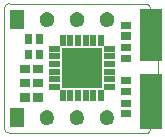
<source format=gbs>
G04 #@! TF.FileFunction,Soldermask,Bot*
%FSLAX46Y46*%
G04 Gerber Fmt 4.6, Leading zero omitted, Abs format (unit mm)*
G04 Created by KiCad (PCBNEW 4.0.7) date Fri Feb  2 17:45:02 2018*
%MOMM*%
%LPD*%
G01*
G04 APERTURE LIST*
%ADD10C,0.350000*%
%ADD11C,0.050000*%
%ADD12C,0.100000*%
G04 APERTURE END LIST*
D10*
D11*
X17450000Y-18000000D02*
G75*
G03X17000000Y-18470000I10000J-460000D01*
G01*
X17000000Y-28550000D02*
G75*
G03X17470000Y-29000000I460000J10000D01*
G01*
X17000000Y-18480000D02*
X17000000Y-28530000D01*
X29000000Y-18000000D02*
X17460000Y-18000000D01*
X17460000Y-29000000D02*
X29000000Y-29000000D01*
X30000000Y-23500000D02*
X30000000Y-23370000D01*
X30000000Y-23370000D02*
X30000000Y-23230000D01*
X30000000Y-23230000D02*
X30000000Y-23100000D01*
X30000000Y-23100000D02*
X30000000Y-22960000D01*
X30000000Y-22960000D02*
X29990000Y-22830000D01*
X29990000Y-22830000D02*
X29990000Y-22690000D01*
X29990000Y-22690000D02*
X29990000Y-22560000D01*
X29990000Y-22560000D02*
X29980000Y-22430000D01*
X29980000Y-22430000D02*
X29980000Y-22290000D01*
X29980000Y-22290000D02*
X29970000Y-22160000D01*
X29970000Y-22160000D02*
X29960000Y-22030000D01*
X29960000Y-22030000D02*
X29960000Y-21900000D01*
X29960000Y-21900000D02*
X29950000Y-21770000D01*
X29950000Y-21770000D02*
X29940000Y-21650000D01*
X29940000Y-21650000D02*
X29930000Y-21520000D01*
X29930000Y-21520000D02*
X29920000Y-21400000D01*
X29920000Y-21400000D02*
X29910000Y-21270000D01*
X29910000Y-21270000D02*
X29900000Y-21150000D01*
X29900000Y-21150000D02*
X29890000Y-21030000D01*
X29890000Y-21030000D02*
X29880000Y-20910000D01*
X29880000Y-20910000D02*
X29870000Y-20790000D01*
X29870000Y-20790000D02*
X29860000Y-20670000D01*
X29860000Y-20670000D02*
X29840000Y-20560000D01*
X29840000Y-20560000D02*
X29830000Y-20440000D01*
X29830000Y-20440000D02*
X29820000Y-20330000D01*
X29820000Y-20330000D02*
X29800000Y-20220000D01*
X29800000Y-20220000D02*
X29790000Y-20120000D01*
X29790000Y-20120000D02*
X29770000Y-20010000D01*
X29770000Y-20010000D02*
X29760000Y-19910000D01*
X29760000Y-19910000D02*
X29740000Y-19810000D01*
X29740000Y-19810000D02*
X29720000Y-19710000D01*
X29720000Y-19710000D02*
X29710000Y-19610000D01*
X29710000Y-19610000D02*
X29690000Y-19520000D01*
X29690000Y-19520000D02*
X29670000Y-19420000D01*
X29670000Y-19420000D02*
X29650000Y-19340000D01*
X29650000Y-19340000D02*
X29630000Y-19250000D01*
X29630000Y-19250000D02*
X29620000Y-19160000D01*
X29620000Y-19160000D02*
X29600000Y-19080000D01*
X29600000Y-19080000D02*
X29580000Y-19000000D01*
X29580000Y-19000000D02*
X29560000Y-18930000D01*
X29560000Y-18930000D02*
X29530000Y-18850000D01*
X29530000Y-18850000D02*
X29510000Y-18780000D01*
X29510000Y-18780000D02*
X29490000Y-18710000D01*
X29490000Y-18710000D02*
X29470000Y-18650000D01*
X29470000Y-18650000D02*
X29450000Y-18590000D01*
X29450000Y-18590000D02*
X29430000Y-18530000D01*
X29430000Y-18530000D02*
X29410000Y-18470000D01*
X29410000Y-18470000D02*
X29380000Y-18420000D01*
X29380000Y-18420000D02*
X29360000Y-18370000D01*
X29360000Y-18370000D02*
X29340000Y-18320000D01*
X29340000Y-18320000D02*
X29310000Y-18280000D01*
X29310000Y-18280000D02*
X29290000Y-18240000D01*
X29290000Y-18240000D02*
X29270000Y-18200000D01*
X29270000Y-18200000D02*
X29240000Y-18160000D01*
X29240000Y-18160000D02*
X29220000Y-18130000D01*
X29220000Y-18130000D02*
X29200000Y-18110000D01*
X29200000Y-18110000D02*
X29170000Y-18080000D01*
X29170000Y-18080000D02*
X29150000Y-18060000D01*
X29150000Y-18060000D02*
X29120000Y-18040000D01*
X29120000Y-18040000D02*
X29100000Y-18030000D01*
X29100000Y-18030000D02*
X29070000Y-18010000D01*
X29070000Y-18010000D02*
X29050000Y-18010000D01*
X29050000Y-18010000D02*
X29020000Y-18000000D01*
X29020000Y-18000000D02*
X29000000Y-18000000D01*
X29000000Y-29000000D02*
X29020000Y-29000000D01*
X29020000Y-29000000D02*
X29050000Y-28990000D01*
X29050000Y-28990000D02*
X29070000Y-28990000D01*
X29070000Y-28990000D02*
X29100000Y-28970000D01*
X29100000Y-28970000D02*
X29120000Y-28960000D01*
X29120000Y-28960000D02*
X29150000Y-28940000D01*
X29150000Y-28940000D02*
X29170000Y-28920000D01*
X29170000Y-28920000D02*
X29200000Y-28890000D01*
X29200000Y-28890000D02*
X29220000Y-28870000D01*
X29220000Y-28870000D02*
X29240000Y-28840000D01*
X29240000Y-28840000D02*
X29270000Y-28800000D01*
X29270000Y-28800000D02*
X29290000Y-28760000D01*
X29290000Y-28760000D02*
X29310000Y-28720000D01*
X29310000Y-28720000D02*
X29340000Y-28680000D01*
X29340000Y-28680000D02*
X29360000Y-28630000D01*
X29360000Y-28630000D02*
X29380000Y-28580000D01*
X29380000Y-28580000D02*
X29410000Y-28530000D01*
X29410000Y-28530000D02*
X29430000Y-28470000D01*
X29430000Y-28470000D02*
X29450000Y-28410000D01*
X29450000Y-28410000D02*
X29470000Y-28350000D01*
X29470000Y-28350000D02*
X29490000Y-28290000D01*
X29490000Y-28290000D02*
X29510000Y-28220000D01*
X29510000Y-28220000D02*
X29530000Y-28150000D01*
X29530000Y-28150000D02*
X29560000Y-28070000D01*
X29560000Y-28070000D02*
X29580000Y-28000000D01*
X29580000Y-28000000D02*
X29600000Y-27920000D01*
X29600000Y-27920000D02*
X29620000Y-27840000D01*
X29620000Y-27840000D02*
X29630000Y-27750000D01*
X29630000Y-27750000D02*
X29650000Y-27660000D01*
X29650000Y-27660000D02*
X29670000Y-27580000D01*
X29670000Y-27580000D02*
X29690000Y-27480000D01*
X29690000Y-27480000D02*
X29710000Y-27390000D01*
X29710000Y-27390000D02*
X29720000Y-27290000D01*
X29720000Y-27290000D02*
X29740000Y-27190000D01*
X29740000Y-27190000D02*
X29760000Y-27090000D01*
X29760000Y-27090000D02*
X29770000Y-26990000D01*
X29770000Y-26990000D02*
X29790000Y-26880000D01*
X29790000Y-26880000D02*
X29800000Y-26780000D01*
X29800000Y-26780000D02*
X29820000Y-26670000D01*
X29820000Y-26670000D02*
X29830000Y-26560000D01*
X29830000Y-26560000D02*
X29840000Y-26440000D01*
X29840000Y-26440000D02*
X29860000Y-26330000D01*
X29860000Y-26330000D02*
X29870000Y-26210000D01*
X29870000Y-26210000D02*
X29880000Y-26090000D01*
X29880000Y-26090000D02*
X29890000Y-25970000D01*
X29890000Y-25970000D02*
X29900000Y-25850000D01*
X29900000Y-25850000D02*
X29910000Y-25730000D01*
X29910000Y-25730000D02*
X29920000Y-25600000D01*
X29920000Y-25600000D02*
X29930000Y-25480000D01*
X29930000Y-25480000D02*
X29940000Y-25350000D01*
X29940000Y-25350000D02*
X29950000Y-25230000D01*
X29950000Y-25230000D02*
X29960000Y-25100000D01*
X29960000Y-25100000D02*
X29960000Y-24970000D01*
X29960000Y-24970000D02*
X29970000Y-24840000D01*
X29970000Y-24840000D02*
X29980000Y-24710000D01*
X29980000Y-24710000D02*
X29980000Y-24570000D01*
X29980000Y-24570000D02*
X29990000Y-24440000D01*
X29990000Y-24440000D02*
X29990000Y-24310000D01*
X29990000Y-24310000D02*
X29990000Y-24170000D01*
X29990000Y-24170000D02*
X30000000Y-24040000D01*
X30000000Y-24040000D02*
X30000000Y-23900000D01*
X30000000Y-23900000D02*
X30000000Y-23770000D01*
X30000000Y-23770000D02*
X30000000Y-23630000D01*
X30000000Y-23630000D02*
X30000000Y-23500000D01*
D12*
G36*
X28500000Y-22750000D02*
X30250000Y-22750000D01*
X30250000Y-18500000D01*
X28500000Y-18500000D01*
X28500000Y-22750000D01*
X28500000Y-22750000D01*
G37*
X28500000Y-22750000D02*
X30250000Y-22750000D01*
X30250000Y-18500000D01*
X28500000Y-18500000D01*
X28500000Y-22750000D01*
G36*
X28500000Y-28500000D02*
X28500000Y-24000000D01*
X30250000Y-24000000D01*
X30250000Y-28500000D01*
X28500000Y-28500000D01*
X28500000Y-28500000D01*
G37*
X28500000Y-28500000D02*
X28500000Y-24000000D01*
X30250000Y-24000000D01*
X30250000Y-28500000D01*
X28500000Y-28500000D01*
D10*
G36*
X18673600Y-28416000D02*
X17446400Y-28416000D01*
X17446400Y-26884000D01*
X18673600Y-26884000D01*
X18673600Y-28416000D01*
X18673600Y-28416000D01*
G37*
G36*
X20723333Y-27045957D02*
X20723343Y-27045960D01*
X20723381Y-27045964D01*
X20837780Y-27081376D01*
X20943121Y-27138334D01*
X21035393Y-27214667D01*
X21111080Y-27307470D01*
X21167301Y-27413206D01*
X21201914Y-27527849D01*
X21213600Y-27647031D01*
X21213600Y-27652969D01*
X21213540Y-27661536D01*
X21200191Y-27780544D01*
X21163981Y-27894692D01*
X21106290Y-27999633D01*
X21029313Y-28091369D01*
X20935985Y-28166408D01*
X20829859Y-28221889D01*
X20714977Y-28255700D01*
X20714948Y-28255703D01*
X20714930Y-28255708D01*
X20595719Y-28266557D01*
X20476667Y-28254043D01*
X20476657Y-28254040D01*
X20476619Y-28254036D01*
X20362220Y-28218624D01*
X20256879Y-28161666D01*
X20164607Y-28085333D01*
X20088920Y-27992530D01*
X20032699Y-27886794D01*
X19998086Y-27772151D01*
X19986400Y-27652969D01*
X19986400Y-27647031D01*
X19986460Y-27638464D01*
X19999809Y-27519456D01*
X20036019Y-27405308D01*
X20093710Y-27300367D01*
X20170687Y-27208631D01*
X20264015Y-27133592D01*
X20370141Y-27078111D01*
X20485023Y-27044300D01*
X20485052Y-27044297D01*
X20485070Y-27044292D01*
X20604281Y-27033443D01*
X20723333Y-27045957D01*
X20723333Y-27045957D01*
G37*
G36*
X25803333Y-27045957D02*
X25803343Y-27045960D01*
X25803381Y-27045964D01*
X25917780Y-27081376D01*
X26023121Y-27138334D01*
X26115393Y-27214667D01*
X26191080Y-27307470D01*
X26247301Y-27413206D01*
X26281914Y-27527849D01*
X26293600Y-27647031D01*
X26293600Y-27652969D01*
X26293540Y-27661536D01*
X26280191Y-27780544D01*
X26243981Y-27894692D01*
X26186290Y-27999633D01*
X26109313Y-28091369D01*
X26015985Y-28166408D01*
X25909859Y-28221889D01*
X25794977Y-28255700D01*
X25794948Y-28255703D01*
X25794930Y-28255708D01*
X25675719Y-28266557D01*
X25556667Y-28254043D01*
X25556657Y-28254040D01*
X25556619Y-28254036D01*
X25442220Y-28218624D01*
X25336879Y-28161666D01*
X25244607Y-28085333D01*
X25168920Y-27992530D01*
X25112699Y-27886794D01*
X25078086Y-27772151D01*
X25066400Y-27652969D01*
X25066400Y-27647031D01*
X25066460Y-27638464D01*
X25079809Y-27519456D01*
X25116019Y-27405308D01*
X25173710Y-27300367D01*
X25250687Y-27208631D01*
X25344015Y-27133592D01*
X25450141Y-27078111D01*
X25565023Y-27044300D01*
X25565052Y-27044297D01*
X25565070Y-27044292D01*
X25684281Y-27033443D01*
X25803333Y-27045957D01*
X25803333Y-27045957D01*
G37*
G36*
X23263333Y-27045957D02*
X23263343Y-27045960D01*
X23263381Y-27045964D01*
X23377780Y-27081376D01*
X23483121Y-27138334D01*
X23575393Y-27214667D01*
X23651080Y-27307470D01*
X23707301Y-27413206D01*
X23741914Y-27527849D01*
X23753600Y-27647031D01*
X23753600Y-27652969D01*
X23753540Y-27661536D01*
X23740191Y-27780544D01*
X23703981Y-27894692D01*
X23646290Y-27999633D01*
X23569313Y-28091369D01*
X23475985Y-28166408D01*
X23369859Y-28221889D01*
X23254977Y-28255700D01*
X23254948Y-28255703D01*
X23254930Y-28255708D01*
X23135719Y-28266557D01*
X23016667Y-28254043D01*
X23016657Y-28254040D01*
X23016619Y-28254036D01*
X22902220Y-28218624D01*
X22796879Y-28161666D01*
X22704607Y-28085333D01*
X22628920Y-27992530D01*
X22572699Y-27886794D01*
X22538086Y-27772151D01*
X22526400Y-27652969D01*
X22526400Y-27647031D01*
X22526460Y-27638464D01*
X22539809Y-27519456D01*
X22576019Y-27405308D01*
X22633710Y-27300367D01*
X22710687Y-27208631D01*
X22804015Y-27133592D01*
X22910141Y-27078111D01*
X23025023Y-27044300D01*
X23025052Y-27044297D01*
X23025070Y-27044292D01*
X23144281Y-27033443D01*
X23263333Y-27045957D01*
X23263333Y-27045957D01*
G37*
G36*
X27700000Y-27650000D02*
X26900000Y-27650000D01*
X26900000Y-27050000D01*
X27700000Y-27050000D01*
X27700000Y-27650000D01*
X27700000Y-27650000D01*
G37*
G36*
X27700000Y-26750000D02*
X26900000Y-26750000D01*
X26900000Y-26150000D01*
X27700000Y-26150000D01*
X27700000Y-26750000D01*
X27700000Y-26750000D01*
G37*
G36*
X19175000Y-26300000D02*
X18375000Y-26300000D01*
X18375000Y-25600000D01*
X19175000Y-25600000D01*
X19175000Y-26300000D01*
X19175000Y-26300000D01*
G37*
G36*
X20275000Y-26300000D02*
X19475000Y-26300000D01*
X19475000Y-25600000D01*
X20275000Y-25600000D01*
X20275000Y-26300000D01*
X20275000Y-26300000D01*
G37*
G36*
X21725000Y-25250000D02*
X21726980Y-25263930D01*
X21732761Y-25276756D01*
X21741888Y-25287464D01*
X21753636Y-25295206D01*
X21767076Y-25299368D01*
X21775000Y-25300000D01*
X22200000Y-25300000D01*
X22200000Y-26250000D01*
X21700000Y-26250000D01*
X21700000Y-25375000D01*
X21698020Y-25361070D01*
X21692239Y-25348244D01*
X21683112Y-25337536D01*
X21671364Y-25329794D01*
X21657924Y-25325632D01*
X21650000Y-25325000D01*
X20775000Y-25325000D01*
X20775000Y-24825000D01*
X21725000Y-24825000D01*
X21725000Y-25250000D01*
X21725000Y-25250000D01*
G37*
G36*
X22850000Y-26250000D02*
X22350000Y-26250000D01*
X22350000Y-25300000D01*
X22850000Y-25300000D01*
X22850000Y-26250000D01*
X22850000Y-26250000D01*
G37*
G36*
X23500000Y-26250000D02*
X23000000Y-26250000D01*
X23000000Y-25300000D01*
X23500000Y-25300000D01*
X23500000Y-26250000D01*
X23500000Y-26250000D01*
G37*
G36*
X24150000Y-26250000D02*
X23650000Y-26250000D01*
X23650000Y-25300000D01*
X24150000Y-25300000D01*
X24150000Y-26250000D01*
X24150000Y-26250000D01*
G37*
G36*
X26375000Y-25325000D02*
X25500000Y-25325000D01*
X25486070Y-25326980D01*
X25473244Y-25332761D01*
X25462536Y-25341888D01*
X25454794Y-25353636D01*
X25450632Y-25367076D01*
X25450000Y-25375000D01*
X25450000Y-26250000D01*
X24950000Y-26250000D01*
X24950000Y-25300000D01*
X25375000Y-25300000D01*
X25388930Y-25298020D01*
X25401756Y-25292239D01*
X25412464Y-25283112D01*
X25420206Y-25271364D01*
X25424368Y-25257924D01*
X25425000Y-25250000D01*
X25425000Y-24825000D01*
X26375000Y-24825000D01*
X26375000Y-25325000D01*
X26375000Y-25325000D01*
G37*
G36*
X24800000Y-26250000D02*
X24300000Y-26250000D01*
X24300000Y-25300000D01*
X24800000Y-25300000D01*
X24800000Y-26250000D01*
X24800000Y-26250000D01*
G37*
G36*
X27700000Y-25750000D02*
X26900000Y-25750000D01*
X26900000Y-25150000D01*
X27700000Y-25150000D01*
X27700000Y-25750000D01*
X27700000Y-25750000D01*
G37*
G36*
X25275000Y-25150000D02*
X21875000Y-25150000D01*
X21875000Y-21750000D01*
X25275000Y-21750000D01*
X25275000Y-25150000D01*
X25275000Y-25150000D01*
G37*
G36*
X19175000Y-25100000D02*
X18375000Y-25100000D01*
X18375000Y-24400000D01*
X19175000Y-24400000D01*
X19175000Y-25100000D01*
X19175000Y-25100000D01*
G37*
G36*
X20275000Y-25100000D02*
X19475000Y-25100000D01*
X19475000Y-24400000D01*
X20275000Y-24400000D01*
X20275000Y-25100000D01*
X20275000Y-25100000D01*
G37*
G36*
X27700000Y-24850000D02*
X26900000Y-24850000D01*
X26900000Y-24250000D01*
X27700000Y-24250000D01*
X27700000Y-24850000D01*
X27700000Y-24850000D01*
G37*
G36*
X21725000Y-24675000D02*
X20775000Y-24675000D01*
X20775000Y-24175000D01*
X21725000Y-24175000D01*
X21725000Y-24675000D01*
X21725000Y-24675000D01*
G37*
G36*
X26375000Y-24675000D02*
X25425000Y-24675000D01*
X25425000Y-24175000D01*
X26375000Y-24175000D01*
X26375000Y-24675000D01*
X26375000Y-24675000D01*
G37*
G36*
X21725000Y-24025000D02*
X20775000Y-24025000D01*
X20775000Y-23525000D01*
X21725000Y-23525000D01*
X21725000Y-24025000D01*
X21725000Y-24025000D01*
G37*
G36*
X26375000Y-24025000D02*
X25425000Y-24025000D01*
X25425000Y-23525000D01*
X26375000Y-23525000D01*
X26375000Y-24025000D01*
X26375000Y-24025000D01*
G37*
G36*
X20275000Y-23900000D02*
X19475000Y-23900000D01*
X19475000Y-23200000D01*
X20275000Y-23200000D01*
X20275000Y-23900000D01*
X20275000Y-23900000D01*
G37*
G36*
X19175000Y-23900000D02*
X18375000Y-23900000D01*
X18375000Y-23200000D01*
X19175000Y-23200000D01*
X19175000Y-23900000D01*
X19175000Y-23900000D01*
G37*
G36*
X26375000Y-23375000D02*
X25425000Y-23375000D01*
X25425000Y-22875000D01*
X26375000Y-22875000D01*
X26375000Y-23375000D01*
X26375000Y-23375000D01*
G37*
G36*
X21725000Y-23375000D02*
X20775000Y-23375000D01*
X20775000Y-22875000D01*
X21725000Y-22875000D01*
X21725000Y-23375000D01*
X21725000Y-23375000D01*
G37*
G36*
X27700000Y-22950000D02*
X26900000Y-22950000D01*
X26900000Y-22350000D01*
X27700000Y-22350000D01*
X27700000Y-22950000D01*
X27700000Y-22950000D01*
G37*
G36*
X26375000Y-22725000D02*
X25425000Y-22725000D01*
X25425000Y-22225000D01*
X26375000Y-22225000D01*
X26375000Y-22725000D01*
X26375000Y-22725000D01*
G37*
G36*
X21725000Y-22725000D02*
X20775000Y-22725000D01*
X20775000Y-22225000D01*
X21725000Y-22225000D01*
X21725000Y-22725000D01*
X21725000Y-22725000D01*
G37*
G36*
X20250000Y-22700000D02*
X19650000Y-22700000D01*
X19650000Y-21900000D01*
X20250000Y-21900000D01*
X20250000Y-22700000D01*
X20250000Y-22700000D01*
G37*
G36*
X19350000Y-22700000D02*
X18750000Y-22700000D01*
X18750000Y-21900000D01*
X19350000Y-21900000D01*
X19350000Y-22700000D01*
X19350000Y-22700000D01*
G37*
G36*
X22200000Y-21600000D02*
X21775000Y-21600000D01*
X21761070Y-21601980D01*
X21748244Y-21607761D01*
X21737536Y-21616888D01*
X21729794Y-21628636D01*
X21725632Y-21642076D01*
X21725000Y-21650000D01*
X21725000Y-22075000D01*
X20775000Y-22075000D01*
X20775000Y-21575000D01*
X21650000Y-21575000D01*
X21663930Y-21573020D01*
X21676756Y-21567239D01*
X21687464Y-21558112D01*
X21695206Y-21546364D01*
X21699368Y-21532924D01*
X21700000Y-21525000D01*
X21700000Y-20650000D01*
X22200000Y-20650000D01*
X22200000Y-21600000D01*
X22200000Y-21600000D01*
G37*
G36*
X25450000Y-21525000D02*
X25451980Y-21538930D01*
X25457761Y-21551756D01*
X25466888Y-21562464D01*
X25478636Y-21570206D01*
X25492076Y-21574368D01*
X25500000Y-21575000D01*
X26375000Y-21575000D01*
X26375000Y-22075000D01*
X25425000Y-22075000D01*
X25425000Y-21650000D01*
X25423020Y-21636070D01*
X25417239Y-21623244D01*
X25408112Y-21612536D01*
X25396364Y-21604794D01*
X25382924Y-21600632D01*
X25375000Y-21600000D01*
X24950000Y-21600000D01*
X24950000Y-20650000D01*
X25450000Y-20650000D01*
X25450000Y-21525000D01*
X25450000Y-21525000D01*
G37*
G36*
X27700000Y-22050000D02*
X26900000Y-22050000D01*
X26900000Y-21450000D01*
X27700000Y-21450000D01*
X27700000Y-22050000D01*
X27700000Y-22050000D01*
G37*
G36*
X22850000Y-21600000D02*
X22350000Y-21600000D01*
X22350000Y-20650000D01*
X22850000Y-20650000D01*
X22850000Y-21600000D01*
X22850000Y-21600000D01*
G37*
G36*
X24800000Y-21600000D02*
X24300000Y-21600000D01*
X24300000Y-20650000D01*
X24800000Y-20650000D01*
X24800000Y-21600000D01*
X24800000Y-21600000D01*
G37*
G36*
X24150000Y-21600000D02*
X23650000Y-21600000D01*
X23650000Y-20650000D01*
X24150000Y-20650000D01*
X24150000Y-21600000D01*
X24150000Y-21600000D01*
G37*
G36*
X23500000Y-21600000D02*
X23000000Y-21600000D01*
X23000000Y-20650000D01*
X23500000Y-20650000D01*
X23500000Y-21600000D01*
X23500000Y-21600000D01*
G37*
G36*
X20250000Y-21400000D02*
X19650000Y-21400000D01*
X19650000Y-20600000D01*
X20250000Y-20600000D01*
X20250000Y-21400000D01*
X20250000Y-21400000D01*
G37*
G36*
X19350000Y-21400000D02*
X18750000Y-21400000D01*
X18750000Y-20600000D01*
X19350000Y-20600000D01*
X19350000Y-21400000D01*
X19350000Y-21400000D01*
G37*
G36*
X27700000Y-21050000D02*
X26900000Y-21050000D01*
X26900000Y-20450000D01*
X27700000Y-20450000D01*
X27700000Y-21050000D01*
X27700000Y-21050000D01*
G37*
G36*
X27700000Y-20150000D02*
X26900000Y-20150000D01*
X26900000Y-19550000D01*
X27700000Y-19550000D01*
X27700000Y-20150000D01*
X27700000Y-20150000D01*
G37*
G36*
X18683600Y-20116000D02*
X17456400Y-20116000D01*
X17456400Y-18584000D01*
X18683600Y-18584000D01*
X18683600Y-20116000D01*
X18683600Y-20116000D01*
G37*
G36*
X20733333Y-18745957D02*
X20733343Y-18745960D01*
X20733381Y-18745964D01*
X20847780Y-18781376D01*
X20953121Y-18838334D01*
X21045393Y-18914667D01*
X21121080Y-19007470D01*
X21177301Y-19113206D01*
X21211914Y-19227849D01*
X21223600Y-19347031D01*
X21223600Y-19352969D01*
X21223540Y-19361536D01*
X21210191Y-19480544D01*
X21173981Y-19594692D01*
X21116290Y-19699633D01*
X21039313Y-19791369D01*
X20945985Y-19866408D01*
X20839859Y-19921889D01*
X20724977Y-19955700D01*
X20724948Y-19955703D01*
X20724930Y-19955708D01*
X20605719Y-19966557D01*
X20486667Y-19954043D01*
X20486657Y-19954040D01*
X20486619Y-19954036D01*
X20372220Y-19918624D01*
X20266879Y-19861666D01*
X20174607Y-19785333D01*
X20098920Y-19692530D01*
X20042699Y-19586794D01*
X20008086Y-19472151D01*
X19996400Y-19352969D01*
X19996400Y-19347031D01*
X19996460Y-19338464D01*
X20009809Y-19219456D01*
X20046019Y-19105308D01*
X20103710Y-19000367D01*
X20180687Y-18908631D01*
X20274015Y-18833592D01*
X20380141Y-18778111D01*
X20495023Y-18744300D01*
X20495052Y-18744297D01*
X20495070Y-18744292D01*
X20614281Y-18733443D01*
X20733333Y-18745957D01*
X20733333Y-18745957D01*
G37*
G36*
X23273333Y-18745957D02*
X23273343Y-18745960D01*
X23273381Y-18745964D01*
X23387780Y-18781376D01*
X23493121Y-18838334D01*
X23585393Y-18914667D01*
X23661080Y-19007470D01*
X23717301Y-19113206D01*
X23751914Y-19227849D01*
X23763600Y-19347031D01*
X23763600Y-19352969D01*
X23763540Y-19361536D01*
X23750191Y-19480544D01*
X23713981Y-19594692D01*
X23656290Y-19699633D01*
X23579313Y-19791369D01*
X23485985Y-19866408D01*
X23379859Y-19921889D01*
X23264977Y-19955700D01*
X23264948Y-19955703D01*
X23264930Y-19955708D01*
X23145719Y-19966557D01*
X23026667Y-19954043D01*
X23026657Y-19954040D01*
X23026619Y-19954036D01*
X22912220Y-19918624D01*
X22806879Y-19861666D01*
X22714607Y-19785333D01*
X22638920Y-19692530D01*
X22582699Y-19586794D01*
X22548086Y-19472151D01*
X22536400Y-19352969D01*
X22536400Y-19347031D01*
X22536460Y-19338464D01*
X22549809Y-19219456D01*
X22586019Y-19105308D01*
X22643710Y-19000367D01*
X22720687Y-18908631D01*
X22814015Y-18833592D01*
X22920141Y-18778111D01*
X23035023Y-18744300D01*
X23035052Y-18744297D01*
X23035070Y-18744292D01*
X23154281Y-18733443D01*
X23273333Y-18745957D01*
X23273333Y-18745957D01*
G37*
G36*
X25813333Y-18745957D02*
X25813343Y-18745960D01*
X25813381Y-18745964D01*
X25927780Y-18781376D01*
X26033121Y-18838334D01*
X26125393Y-18914667D01*
X26201080Y-19007470D01*
X26257301Y-19113206D01*
X26291914Y-19227849D01*
X26303600Y-19347031D01*
X26303600Y-19352969D01*
X26303540Y-19361536D01*
X26290191Y-19480544D01*
X26253981Y-19594692D01*
X26196290Y-19699633D01*
X26119313Y-19791369D01*
X26025985Y-19866408D01*
X25919859Y-19921889D01*
X25804977Y-19955700D01*
X25804948Y-19955703D01*
X25804930Y-19955708D01*
X25685719Y-19966557D01*
X25566667Y-19954043D01*
X25566657Y-19954040D01*
X25566619Y-19954036D01*
X25452220Y-19918624D01*
X25346879Y-19861666D01*
X25254607Y-19785333D01*
X25178920Y-19692530D01*
X25122699Y-19586794D01*
X25088086Y-19472151D01*
X25076400Y-19352969D01*
X25076400Y-19347031D01*
X25076460Y-19338464D01*
X25089809Y-19219456D01*
X25126019Y-19105308D01*
X25183710Y-19000367D01*
X25260687Y-18908631D01*
X25354015Y-18833592D01*
X25460141Y-18778111D01*
X25575023Y-18744300D01*
X25575052Y-18744297D01*
X25575070Y-18744292D01*
X25694281Y-18733443D01*
X25813333Y-18745957D01*
X25813333Y-18745957D01*
G37*
M02*

</source>
